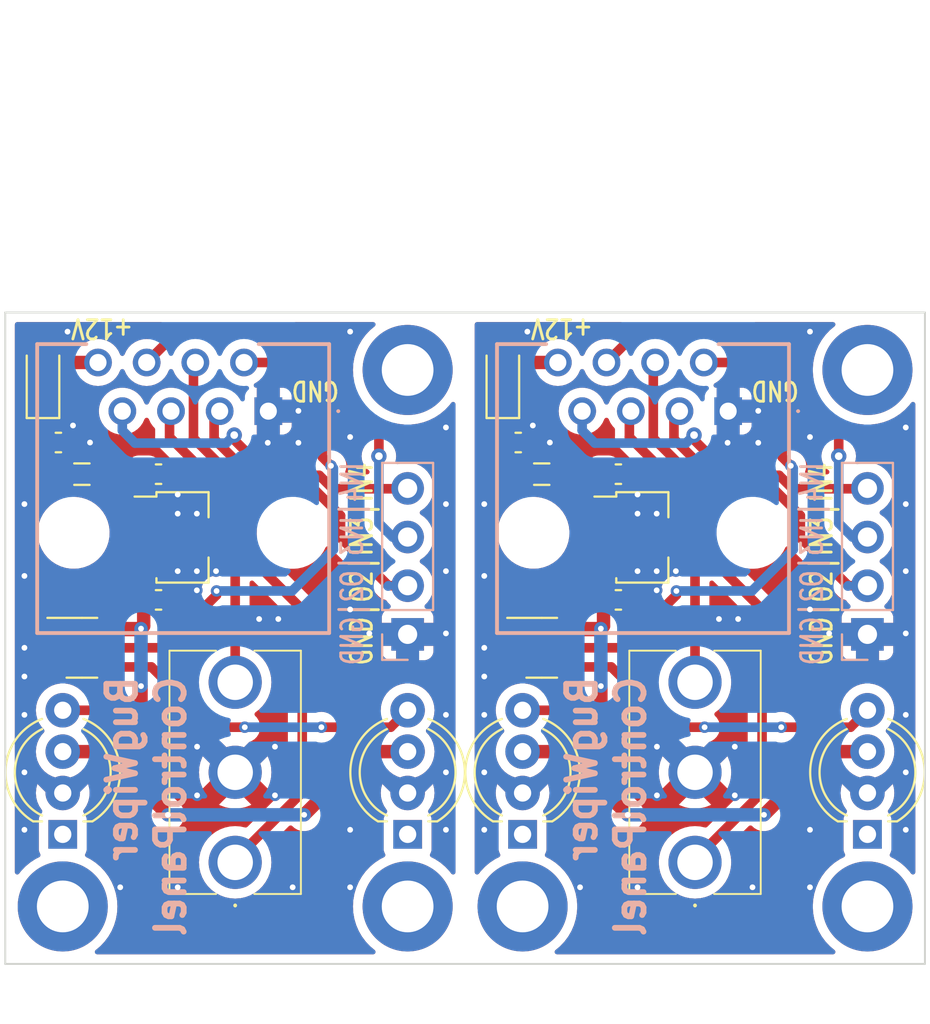
<source format=kicad_pcb>
(kicad_pcb (version 20221018) (generator pcbnew)
  (layers (0 "F.Cu" signal) (31 "B.Cu" signal) (34 "B.Paste" user) (35 "F.Paste" user) (36 "B.SilkS" user "B.Silkscreen") (37 "F.SilkS" user "F.Silkscreen") (38 "B.Mask" user) (39 "F.Mask" user) (44 "Edge.Cuts" user))
  (net 0 "")
  (net 1 "Board_0-+5V")
  (net 2 "Board_0-GND1")
  (net 3 "Board_0-IN1")
  (net 4 "Board_0-IN2")
  (net 5 "Board_0-IN3")
  (net 6 "Board_0-IN4")
  (net 7 "Board_0-Net-(D2-K)")
  (net 8 "Board_0-Net-(U1-VIN)")
  (net 9 "Board_0-OUT1")
  (net 10 "Board_0-OUT2")
  (net 11 "Board_0-OUT_1")
  (net 12 "Board_0-V_IN")
  (net 13 "Board_0-unconnected-(D1-DO-Pad1)")
  (net 14 "Board_0-unconnected-(D3-DO-Pad1)")
  (net 15 "Board_0-unconnected-(U2-NC-Pad1)")
  (net 16 "Board_1-+5V")
  (net 17 "Board_1-GND1")
  (net 18 "Board_1-IN1")
  (net 19 "Board_1-IN2")
  (net 20 "Board_1-IN3")
  (net 21 "Board_1-IN4")
  (net 22 "Board_1-Net-(D2-K)")
  (net 23 "Board_1-Net-(U1-VIN)")
  (net 24 "Board_1-OUT1")
  (net 25 "Board_1-OUT2")
  (net 26 "Board_1-OUT_1")
  (net 27 "Board_1-V_IN")
  (net 28 "Board_1-unconnected-(D1-DO-Pad1)")
  (net 29 "Board_1-unconnected-(D3-DO-Pad1)")
  (net 30 "Board_1-unconnected-(U2-NC-Pad1)")
  (footprint "Capacitor_SMD:C_0603_1608Metric" (layer "F.Cu") (at 156.5 35)
    (fp_text reference "C2" hide)
    (fp_text value "470nF" hide)
    (pad "1" smd roundrect (at -0.775 0) (size 0.9 0.95) (layers "F.Cu" "F.Paste" "F.Mask") (net 16 "Board_1-+5V"))
    (pad "2" smd roundrect (at 0.775 0) (size 0.9 0.95) (layers "F.Cu" "F.Paste" "F.Mask") (net 17 "Board_1-GND1"))
  )
  (footprint "BugWiper_lib:100SP4T1B4M2QE" (layer "F.Cu") (at 136.5 44 90)
    (fp_text reference "S1" hide)
    (fp_text value "100SP4T1B4M2QE" hide)
    (pad "1" thru_hole circle (at -4.7 0 90) (size 2.775 2.775) (drill 1.85) (layers "*.Cu" "*.Mask") (net 3 "Board_0-IN1"))
    (pad "2" thru_hole circle (at 0 0 90) (size 2.775 2.775) (drill 1.85) (layers "*.Cu" "*.Mask") (net 2 "Board_0-GND1"))
    (pad "3" thru_hole circle (at 4.7 0 90) (size 2.775 2.775) (drill 1.85) (layers "*.Cu" "*.Mask") (net 4 "Board_0-IN2"))
  )
  (footprint "Package_TO_SOT_SMD:SOT-89-3" (layer "F.Cu") (at 133.75 31.739)
    (fp_text reference "U1" hide)
    (fp_text value "AP2204R-5.0" hide)
    (pad "1" smd rect (at -1.95 -1.5) (size 1.3 0.9) (layers "F.Cu" "F.Paste" "F.Mask") (net 8 "Board_0-Net-(U1-VIN)"))
    (pad "2" smd custom (at -1.8625 0) (size 1.475 0.9) (layers "F.Cu" "F.Paste" "F.Mask") (net 2 "Board_0-GND1") (options (clearance outline) (anchor rect)) (primitives (gr_poly (pts (xy 3.8625 0.8665) (xy 0.7375 0.8665) (xy 0.7375 -0.8665) (xy 3.8625 -0.8665)) (width 0) (fill yes))))
    (pad "3" smd rect (at -1.95 1.5) (size 1.3 0.9) (layers "F.Cu" "F.Paste" "F.Mask") (net 1 "Board_0-+5V"))
  )
  (footprint "MountingHole:MountingHole_2.7mm_M2.5_DIN965_Pad" (layer "F.Cu") (at 127.5 51)
    (fp_text reference "H2" hide)
    (fp_text value "MountingHole" hide)
    (pad "1" thru_hole circle (at 0 0) (size 4.7 4.7) (drill 2.7) (layers "*.Cu" "*.Mask"))
  )
  (footprint "MountingHole:MountingHole_2.7mm_M2.5_DIN965_Pad" (layer "F.Cu") (at 145.5 51)
    (fp_text reference "H3" hide)
    (fp_text value "MountingHole" hide)
    (pad "1" thru_hole circle (at 0 0) (size 4.7 4.7) (drill 2.7) (layers "*.Cu" "*.Mask"))
  )
  (footprint "Package_TO_SOT_SMD:SOT-89-3" (layer "F.Cu") (at 157.75 31.739)
    (fp_text reference "U1" hide)
    (fp_text value "AP2204R-5.0" hide)
    (pad "1" smd rect (at -1.95 -1.5) (size 1.3 0.9) (layers "F.Cu" "F.Paste" "F.Mask") (net 23 "Board_1-Net-(U1-VIN)"))
    (pad "2" smd custom (at -1.8625 0) (size 1.475 0.9) (layers "F.Cu" "F.Paste" "F.Mask") (net 17 "Board_1-GND1") (options (clearance outline) (anchor rect)) (primitives (gr_poly (pts (xy 3.8625 0.8665) (xy 0.7375 0.8665) (xy 0.7375 -0.8665) (xy 3.8625 -0.8665)) (width 0) (fill yes))))
    (pad "3" smd rect (at -1.95 1.5) (size 1.3 0.9) (layers "F.Cu" "F.Paste" "F.Mask") (net 16 "Board_1-+5V"))
  )
  (footprint "MountingHole:MountingHole_2.7mm_M2.5_DIN965_Pad" (layer "F.Cu") (at 169.5 23)
    (fp_text reference "H1" hide)
    (fp_text value "MountingHole" hide)
    (pad "1" thru_hole circle (at 0 0) (size 4.7 4.7) (drill 2.7) (layers "*.Cu" "*.Mask"))
  )
  (footprint "Diode_SMD:D_SOD-323_HandSoldering" (layer "F.Cu") (at 126.47 23.5 90)
    (fp_text reference "D2" hide)
    (fp_text value "CUS15S30,H3F" hide)
    (pad "1" smd roundrect (at -1.25 0 90) (size 1 1) (layers "F.Cu" "F.Paste" "F.Mask") (net 7 "Board_0-Net-(D2-K)"))
    (pad "2" smd roundrect (at 1.25 0 90) (size 1 1) (layers "F.Cu" "F.Paste" "F.Mask") (net 12 "Board_0-V_IN"))
  )
  (footprint "Inductor_SMD:L_0805_2012Metric" (layer "F.Cu") (at 152.5 28.438)
    (fp_text reference "L1" hide)
    (fp_text value "L_Ferrite" hide)
    (pad "1" smd roundrect (at -1.0625 0) (size 0.875 1.2) (layers "F.Cu" "F.Paste" "F.Mask") (net 22 "Board_1-Net-(D2-K)"))
    (pad "2" smd roundrect (at 1.0625 0) (size 0.875 1.2) (layers "F.Cu" "F.Paste" "F.Mask") (net 23 "Board_1-Net-(U1-VIN)"))
  )
  (footprint "LED_THT:LED_D5.0mm-4_RGB_Wide_Pins" (layer "F.Cu") (at 145.5 44 90)
    (fp_text reference "D3" hide)
    (fp_text value "APA-106-F5" hide)
    (pad "1" thru_hole rect (at -3.2385 0 90) (size 1.5 1.5) (drill 0.9) (layers "*.Cu" "*.Mask") (net 14 "Board_0-unconnected-(D3-DO-Pad1)"))
    (pad "2" thru_hole circle (at -1.0795 0 90) (size 1.8 1.8) (drill 0.9) (layers "*.Cu" "*.Mask") (net 2 "Board_0-GND1"))
    (pad "3" thru_hole circle (at 1.0795 0 90) (size 1.8 1.8) (drill 0.9) (layers "*.Cu" "*.Mask") (net 1 "Board_0-+5V"))
    (pad "4" thru_hole circle (at 3.2385 0 90) (size 1.8 1.8) (drill 0.9) (layers "*.Cu" "*.Mask") (net 11 "Board_0-OUT_1"))
  )
  (footprint "Capacitor_SMD:C_0603_1608Metric" (layer "F.Cu") (at 132.5 28.438)
    (fp_text reference "C1" hide)
    (fp_text value "100nF" hide)
    (pad "1" smd roundrect (at -0.775 0) (size 0.9 0.95) (layers "F.Cu" "F.Paste" "F.Mask") (net 8 "Board_0-Net-(U1-VIN)"))
    (pad "2" smd roundrect (at 0.775 0) (size 0.9 0.95) (layers "F.Cu" "F.Paste" "F.Mask") (net 2 "Board_0-GND1"))
  )
  (footprint "Package_TO_SOT_SMD:SOT-23-5" (layer "F.Cu") (at 128.5 37.5)
    (fp_text reference "U2" hide)
    (fp_text value "SN74LV1T34DBV" hide)
    (pad "1" smd roundrect (at -1.1375 -0.95) (size 1.325 0.6) (layers "F.Cu" "F.Paste" "F.Mask") (net 15 "Board_0-unconnected-(U2-NC-Pad1)"))
    (pad "2" smd roundrect (at -1.1375 0) (size 1.325 0.6) (layers "F.Cu" "F.Paste" "F.Mask") (net 9 "Board_0-OUT1"))
    (pad "3" smd roundrect (at -1.1375 0.95) (size 1.325 0.6) (layers "F.Cu" "F.Paste" "F.Mask") (net 2 "Board_0-GND1"))
    (pad "4" smd roundrect (at 1.1375 0.95) (size 1.325 0.6) (layers "F.Cu" "F.Paste" "F.Mask") (net 11 "Board_0-OUT_1"))
    (pad "5" smd roundrect (at 1.1375 -0.95) (size 1.325 0.6) (layers "F.Cu" "F.Paste" "F.Mask") (net 1 "Board_0-+5V"))
  )
  (footprint "MountingHole:MountingHole_2.7mm_M2.5_DIN965_Pad" (layer "F.Cu") (at 151.5 51)
    (fp_text reference "H2" hide)
    (fp_text value "MountingHole" hide)
    (pad "1" thru_hole circle (at 0 0) (size 4.7 4.7) (drill 2.7) (layers "*.Cu" "*.Mask"))
  )
  (footprint "Capacitor_SMD:C_0603_1608Metric" (layer "F.Cu") (at 127.273 26.787)
    (fp_text reference "C3" hide)
    (fp_text value "100nF" hide)
    (pad "1" smd roundrect (at -0.775 0) (size 0.9 0.95) (layers "F.Cu" "F.Paste" "F.Mask") (net 7 "Board_0-Net-(D2-K)"))
    (pad "2" smd roundrect (at 0.775 0) (size 0.9 0.95) (layers "F.Cu" "F.Paste" "F.Mask") (net 2 "Board_0-GND1"))
  )
  (footprint "MountingHole:MountingHole_2.7mm_M2.5_DIN965_Pad" (layer "F.Cu") (at 169.5 51)
    (fp_text reference "H3" hide)
    (fp_text value "MountingHole" hide)
    (pad "1" thru_hole circle (at 0 0) (size 4.7 4.7) (drill 2.7) (layers "*.Cu" "*.Mask"))
  )
  (footprint "Capacitor_SMD:C_0603_1608Metric" (layer "F.Cu") (at 132.5 35)
    (fp_text reference "C2" hide)
    (fp_text value "470nF" hide)
    (pad "1" smd roundrect (at -0.775 0) (size 0.9 0.95) (layers "F.Cu" "F.Paste" "F.Mask") (net 1 "Board_0-+5V"))
    (pad "2" smd roundrect (at 0.775 0) (size 0.9 0.95) (layers "F.Cu" "F.Paste" "F.Mask") (net 2 "Board_0-GND1"))
  )
  (footprint "Inductor_SMD:L_0805_2012Metric" (layer "F.Cu") (at 128.5 28.438)
    (fp_text reference "L1" hide)
    (fp_text value "L_Ferrite" hide)
    (pad "1" smd roundrect (at -1.0625 0) (size 0.875 1.2) (layers "F.Cu" "F.Paste" "F.Mask") (net 7 "Board_0-Net-(D2-K)"))
    (pad "2" smd roundrect (at 1.0625 0) (size 0.875 1.2) (layers "F.Cu" "F.Paste" "F.Mask") (net 8 "Board_0-Net-(U1-VIN)"))
  )
  (footprint "BugWiper_lib:100SP4T1B4M2QE" (layer "F.Cu") (at 160.5 44 90)
    (fp_text reference "S1" hide)
    (fp_text value "100SP4T1B4M2QE" hide)
    (pad "1" thru_hole circle (at -4.7 0 90) (size 2.775 2.775) (drill 1.85) (layers "*.Cu" "*.Mask") (net 18 "Board_1-IN1"))
    (pad "2" thru_hole circle (at 0 0 90) (size 2.775 2.775) (drill 1.85) (layers "*.Cu" "*.Mask") (net 17 "Board_1-GND1"))
    (pad "3" thru_hole circle (at 4.7 0 90) (size 2.775 2.775) (drill 1.85) (layers "*.Cu" "*.Mask") (net 19 "Board_1-IN2"))
  )
  (footprint "MountingHole:MountingHole_2.7mm_M2.5_DIN965_Pad" (layer "F.Cu") (at 145.5 23)
    (fp_text reference "H1" hide)
    (fp_text value "MountingHole" hide)
    (pad "1" thru_hole circle (at 0 0) (size 4.7 4.7) (drill 2.7) (layers "*.Cu" "*.Mask"))
  )
  (footprint "Capacitor_SMD:C_0603_1608Metric" (layer "F.Cu") (at 156.5 28.438)
    (fp_text reference "C1" hide)
    (fp_text value "100nF" hide)
    (pad "1" smd roundrect (at -0.775 0) (size 0.9 0.95) (layers "F.Cu" "F.Paste" "F.Mask") (net 23 "Board_1-Net-(U1-VIN)"))
    (pad "2" smd roundrect (at 0.775 0) (size 0.9 0.95) (layers "F.Cu" "F.Paste" "F.Mask") (net 17 "Board_1-GND1"))
  )
  (footprint "LED_THT:LED_D5.0mm-4_RGB_Wide_Pins" (layer "F.Cu") (at 151.5 44 90)
    (fp_text reference "D1" hide)
    (fp_text value "APA-106-F5" hide)
    (pad "1" thru_hole rect (at -3.2385 0 90) (size 1.5 1.5) (drill 0.9) (layers "*.Cu" "*.Mask") (net 28 "Board_1-unconnected-(D1-DO-Pad1)"))
    (pad "2" thru_hole circle (at -1.0795 0 90) (size 1.8 1.8) (drill 0.9) (layers "*.Cu" "*.Mask") (net 17 "Board_1-GND1"))
    (pad "3" thru_hole circle (at 1.0795 0 90) (size 1.8 1.8) (drill 0.9) (layers "*.Cu" "*.Mask") (net 16 "Board_1-+5V"))
    (pad "4" thru_hole circle (at 3.2385 0 90) (size 1.8 1.8) (drill 0.9) (layers "*.Cu" "*.Mask") (net 26 "Board_1-OUT_1"))
  )
  (footprint "Diode_SMD:D_SOD-323_HandSoldering" (layer "F.Cu") (at 150.47 23.5 90)
    (fp_text reference "D2" hide)
    (fp_text value "CUS15S30,H3F" hide)
    (pad "1" smd roundrect (at -1.25 0 90) (size 1 1) (layers "F.Cu" "F.Paste" "F.Mask") (net 22 "Board_1-Net-(D2-K)"))
    (pad "2" smd roundrect (at 1.25 0 90) (size 1 1) (layers "F.Cu" "F.Paste" "F.Mask") (net 27 "Board_1-V_IN"))
  )
  (footprint "Capacitor_SMD:C_0603_1608Metric" (layer "F.Cu") (at 151.273 26.787)
    (fp_text reference "C3" hide)
    (fp_text value "100nF" hide)
    (pad "1" smd roundrect (at -0.775 0) (size 0.9 0.95) (layers "F.Cu" "F.Paste" "F.Mask") (net 22 "Board_1-Net-(D2-K)"))
    (pad "2" smd roundrect (at 0.775 0) (size 0.9 0.95) (layers "F.Cu" "F.Paste" "F.Mask") (net 17 "Board_1-GND1"))
  )
  (footprint "LED_THT:LED_D5.0mm-4_RGB_Wide_Pins" (layer "F.Cu") (at 169.5 44 90)
    (fp_text reference "D3" hide)
    (fp_text value "APA-106-F5" hide)
    (pad "1" thru_hole rect (at -3.2385 0 90) (size 1.5 1.5) (drill 0.9) (layers "*.Cu" "*.Mask") (net 29 "Board_1-unconnected-(D3-DO-Pad1)"))
    (pad "2" thru_hole circle (at -1.0795 0 90) (size 1.8 1.8) (drill 0.9) (layers "*.Cu" "*.Mask") (net 17 "Board_1-GND1"))
    (pad "3" thru_hole circle (at 1.0795 0 90) (size 1.8 1.8) (drill 0.9) (layers "*.Cu" "*.Mask") (net 16 "Board_1-+5V"))
    (pad "4" thru_hole circle (at 3.2385 0 90) (size 1.8 1.8) (drill 0.9) (layers "*.Cu" "*.Mask") (net 26 "Board_1-OUT_1"))
  )
  (footprint "LED_THT:LED_D5.0mm-4_RGB_Wide_Pins" (layer "F.Cu") (at 127.5 44 90)
    (fp_text reference "D1" hide)
    (fp_text value "APA-106-F5" hide)
    (pad "1" thru_hole rect (at -3.2385 0 90) (size 1.5 1.5) (drill 0.9) (layers "*.Cu" "*.Mask") (net 13 "Board_0-unconnected-(D1-DO-Pad1)"))
    (pad "2" thru_hole circle (at -1.0795 0 90) (size 1.8 1.8) (drill 0.9) (layers "*.Cu" "*.Mask") (net 2 "Board_0-GND1"))
    (pad "3" thru_hole circle (at 1.0795 0 90) (size 1.8 1.8) (drill 0.9) (layers "*.Cu" "*.Mask") (net 1 "Board_0-+5V"))
    (pad "4" thru_hole circle (at 3.2385 0 90) (size 1.8 1.8) (drill 0.9) (layers "*.Cu" "*.Mask") (net 11 "Board_0-OUT_1"))
  )
  (footprint "Package_TO_SOT_SMD:SOT-23-5" (layer "F.Cu") (at 152.5 37.5)
    (fp_text reference "U2" hide)
    (fp_text value "SN74LV1T34DBV" hide)
    (pad "1" smd roundrect (at -1.1375 -0.95) (size 1.325 0.6) (layers "F.Cu" "F.Paste" "F.Mask") (net 30 "Board_1-unconnected-(U2-NC-Pad1)"))
    (pad "2" smd roundrect (at -1.1375 0) (size 1.325 0.6) (layers "F.Cu" "F.Paste" "F.Mask") (net 24 "Board_1-OUT1"))
    (pad "3" smd roundrect (at -1.1375 0.95) (size 1.325 0.6) (layers "F.Cu" "F.Paste" "F.Mask") (net 17 "Board_1-GND1"))
    (pad "4" smd roundrect (at 1.1375 0.95) (size 1.325 0.6) (layers "F.Cu" "F.Paste" "F.Mask") (net 26 "Board_1-OUT_1"))
    (pad "5" smd roundrect (at 1.1375 -0.95) (size 1.325 0.6) (layers "F.Cu" "F.Paste" "F.Mask") (net 16 "Board_1-+5V"))
  )
  (footprint "BugWiper_lib:MJ3415882" (layer "B.Cu") (at 162.23 25.15 180)
    (fp_text reference "J1" hide)
    (fp_text value "RJ45" hide)
    (pad "" np_thru_hole circle (at -1.27 -6.35 180) (size 3.25 3.25) (drill 3.25) (layers "*.Cu" "*.Mask"))
    (pad "" np_thru_hole circle (at 10.16 -6.35 180) (size 3.25 3.25) (drill 3.25) (layers "*.Cu" "*.Mask"))
    (pad "1" thru_hole rect (at 0 0 180) (size 1.446 1.446) (drill 0.89) (layers "*.Cu" "*.Mask") (net 17 "Board_1-GND1"))
    (pad "2" thru_hole circle (at 1.27 2.54 180) (size 1.446 1.446) (drill 0.89) (layers "*.Cu" "*.Mask") (net 24 "Board_1-OUT1"))
    (pad "3" thru_hole circle (at 2.54 0 180) (size 1.446 1.446) (drill 0.89) (layers "*.Cu" "*.Mask") (net 25 "Board_1-OUT2"))
    (pad "4" thru_hole circle (at 3.81 2.54 180) (size 1.446 1.446) (drill 0.89) (layers "*.Cu" "*.Mask") (net 18 "Board_1-IN1"))
    (pad "5" thru_hole circle (at 5.08 0 180) (size 1.446 1.446) (drill 0.89) (layers "*.Cu" "*.Mask") (net 19 "Board_1-IN2"))
    (pad "6" thru_hole circle (at 6.35 2.54 180) (size 1.446 1.446) (drill 0.89) (layers "*.Cu" "*.Mask") (net 20 "Board_1-IN3"))
    (pad "7" thru_hole circle (at 7.62 0 180) (size 1.446 1.446) (drill 0.89) (layers "*.Cu" "*.Mask") (net 21 "Board_1-IN4"))
    (pad "8" thru_hole circle (at 8.89 2.54 180) (size 1.446 1.446) (drill 0.89) (layers "*.Cu" "*.Mask") (net 27 "Board_1-V_IN"))
  )
  (footprint "Connector_PinHeader_2.54mm:PinHeader_1x04_P2.54mm_Vertical" (layer "B.Cu") (at 169.5 36.8)
    (fp_text reference "J2" hide)
    (fp_text value "Conn_01x03_Socket" hide)
    (pad "1" thru_hole rect (at 0 0) (size 1.7 1.7) (drill 1) (layers "*.Cu" "*.Mask") (net 17 "Board_1-GND1"))
    (pad "2" thru_hole oval (at 0 -2.54) (size 1.7 1.7) (drill 1) (layers "*.Cu" "*.Mask") (net 25 "Board_1-OUT2"))
    (pad "3" thru_hole oval (at 0 -5.08) (size 1.7 1.7) (drill 1) (layers "*.Cu" "*.Mask") (net 20 "Board_1-IN3"))
    (pad "4" thru_hole oval (at 0 -7.62) (size 1.7 1.7) (drill 1) (layers "*.Cu" "*.Mask") (net 21 "Board_1-IN4"))
  )
  (footprint "BugWiper_lib:MJ3415882" (layer "B.Cu") (at 138.23 25.15 180)
    (fp_text reference "J1" hide)
    (fp_text value "RJ45" hide)
    (pad "" np_thru_hole circle (at -1.27 -6.35 180) (size 3.25 3.25) (drill 3.25) (layers "*.Cu" "*.Mask"))
    (pad "" np_thru_hole circle (at 10.16 -6.35 180) (size 3.25 3.25) (drill 3.25) (layers "*.Cu" "*.Mask"))
    (pad "1" thru_hole rect (at 0 0 180) (size 1.446 1.446) (drill 0.89) (layers "*.Cu" "*.Mask") (net 2 "Board_0-GND1"))
    (pad "2" thru_hole circle (at 1.27 2.54 180) (size 1.446 1.446) (drill 0.89) (layers "*.Cu" "*.Mask") (net 9 "Board_0-OUT1"))
    (pad "3" thru_hole circle (at 2.54 0 180) (size 1.446 1.446) (drill 0.89) (layers "*.Cu" "*.Mask") (net 10 "Board_0-OUT2"))
    (pad "4" thru_hole circle (at 3.81 2.54 180) (size 1.446 1.446) (drill 0.89) (layers "*.Cu" "*.Mask") (net 3 "Board_0-IN1"))
    (pad "5" thru_hole circle (at 5.08 0 180) (size 1.446 1.446) (drill 0.89) (layers "*.Cu" "*.Mask") (net 4 "Board_0-IN2"))
    (pad "6" thru_hole circle (at 6.35 2.54 180) (size 1.446 1.446) (drill 0.89) (layers "*.Cu" "*.Mask") (net 5 "Board_0-IN3"))
    (pad "7" thru_hole circle (at 7.62 0 180) (size 1.446 1.446) (drill 0.89) (layers "*.Cu" "*.Mask") (net 6 "Board_0-IN4"))
    (pad "8" thru_hole circle (at 8.89 2.54 180) (size 1.446 1.446) (drill 0.89) (layers "*.Cu" "*.Mask") (net 12 "Board_0-V_IN"))
  )
  (footprint "Connector_PinHeader_2.54mm:PinHeader_1x04_P2.54mm_Vertical" (layer "B.Cu") (at 145.5 36.8)
    (fp_text reference "J2" hide)
    (fp_text value "Conn_01x03_Socket" hide)
    (pad "1" thru_hole rect (at 0 0) (size 1.7 1.7) (drill 1) (layers "*.Cu" "*.Mask") (net 2 "Board_0-GND1"))
    (pad "2" thru_hole oval (at 0 -2.54) (size 1.7 1.7) (drill 1) (layers "*.Cu" "*.Mask") (net 10 "Board_0-OUT2"))
    (pad "3" thru_hole oval (at 0 -5.08) (size 1.7 1.7) (drill 1) (layers "*.Cu" "*.Mask") (net 5 "Board_0-IN3"))
    (pad "4" thru_hole oval (at 0 -7.62) (size 1.7 1.7) (drill 1) (layers "*.Cu" "*.Mask") (net 6 "Board_0-IN4"))
  )
  (gr_line (start 172.5 53.993863) (end 172.5 20.006136) (stroke (width 0.1)) (layer "Edge.Cuts"))
  (gr_line (start 172.499999 20.006111) (end 172.499876 20.001098) (stroke (width 0.1)) (layer "Edge.Cuts"))
  (gr_line (start 124.500123 20.001098) (end 124.5 20.006111) (stroke (width 0.1)) (layer "Edge.Cuts"))
  (gr_line (start 124.506136 54) (end 172.493863 54) (stroke (width 0.1)) (layer "Edge.Cuts"))
  (gr_line (start 172.493888 53.999999) (end 172.498901 53.999876) (stroke (width 0.1)) (layer "Edge.Cuts"))
  (gr_line (start 124.5 53.993888) (end 124.500123 53.998901) (stroke (width 0.1)) (layer "Edge.Cuts"))
  (gr_line (start 124.506111 20) (end 124.501098 20.000123) (stroke (width 0.1)) (layer "Edge.Cuts"))
  (gr_line (start 124.501098 53.999876) (end 124.506111 53.999999) (stroke (width 0.1)) (layer "Edge.Cuts"))
  (gr_line (start 172.499876 53.998901) (end 172.499999 53.993888) (stroke (width 0.1)) (layer "Edge.Cuts"))
  (gr_line (start 124.5 20.006136) (end 124.5 53.993863) (stroke (width 0.1)) (layer "Edge.Cuts"))
  (gr_line (start 172.493863 20) (end 124.506136 20) (stroke (width 0.1)) (layer "Edge.Cuts"))
  (gr_line (start 172.498901 20.000123) (end 172.493888 20) (stroke (width 0.1)) (layer "Edge.Cuts"))
  (gr_text "ControlPanel" (at 158.012 38.852 90) (layer "B.SilkS") (effects (font (size 1.5 1.4) (thickness 0.3) bold) (justify left bottom mirror)))
  (gr_text "IN4|IN3|O2|GND" (at 167.25 27.75 90) (layer "B.SilkS") (effects (font (size 1.1 0.82) (thickness 0.15) bold) (justify left bottom mirror)))
  (gr_text "BugWiper" (at 155.472 38.852 90) (layer "B.SilkS") (effects (font (size 1.5 1.4) (thickness 0.3) bold) (justify left bottom mirror)))
  (gr_text "IN4|IN3|O2|GND" (at 143.25 27.75 90) (layer "B.SilkS") (effects (font (size 1.1 0.82) (thickness 0.15) bold) (justify left bottom mirror)))
  (gr_text "BugWiper" (at 131.472 38.852 90) (layer "B.SilkS") (effects (font (size 1.5 1.4) (thickness 0.3) bold) (justify left bottom mirror)))
  (gr_text "ControlPanel" (at 134.012 38.852 90) (layer "B.SilkS") (effects (font (size 1.5 1.4) (thickness 0.3) bold) (justify left bottom mirror)))
  (gr_text "+12V" (at 155.25 20.25 180) (layer "F.SilkS") (effects (font (size 1 0.8) (thickness 0.15) bold) (justify left bottom)))
  (gr_text "GND|O2|IN3|IN4" (at 167.75 38.5 90) (layer "F.SilkS") (effects (font (size 1.1 0.82) (thickness 0.15) bold) (justify left bottom)))
  (gr_text "+12V" (at 131.25 20.25 180) (layer "F.SilkS") (effects (font (size 1 0.8) (thickness 0.15) bold) (justify left bottom)))
  (gr_text "GND|O2|IN3|IN4" (at 143.75 38.5 90) (layer "F.SilkS") (effects (font (size 1.1 0.82) (thickness 0.15) bold) (justify left bottom)))
  (gr_text "GND" (at 142 23.5 180) (layer "F.SilkS") (effects (font (size 1 0.8) (thickness 0.15) bold) (justify left bottom)))
  (gr_text "GND" (at 166 23.5 180) (layer "F.SilkS") (effects (font (size 1 0.8) (thickness 0.15) bold) (justify left bottom)))
  (segment (start 131.5061 42.9205) (end 127.5 42.9205) (width 0.7) (layer "F.Cu") (net 1))
  (segment (start 131.8 33.239) (end 131.8 34.925) (width 0.7) (layer "F.Cu") (net 1))
  (segment (start 140.1 46.218) (end 143.3975 42.9205) (width 0.7) (layer "F.Cu") (net 1))
  (segment (start 131.5356 36.55) (end 129.6375 36.55) (width 0.7) (layer "F.Cu") (net 1))
  (segment (start 145.0555 42.9205) (end 145.5 43.365) (width 0.7) (layer "F.Cu") (net 1))
  (segment (start 131.5856 39.5) (end 131.5856 44.8156) (width 0.7) (layer "F.Cu") (net 1))
  (segment (start 131.8 34.925) (end 131.725 35) (width 0.7) (layer "F.Cu") (net 1))
  (segment (start 143.3975 42.9205) (end 145.0555 42.9205) (width 0.7) (layer "F.Cu") (net 1))
  (segment (start 131.725 35) (end 131.725 36.3606) (width 0.7) (layer "F.Cu") (net 1))
  (segment (start 131.725 36.3606) (end 131.5356 36.55) (width 0.7) (layer "F.Cu") (net 1))
  (segment (start 131.5856 36.5) (end 129.6875 36.5) (width 0.7) (layer "F.Cu") (net 1))
  (segment (start 131.5856 43) (end 131.5061 42.9205) (width 0.7) (layer "F.Cu") (net 1))
  (segment (start 131.5856 44.8156) (end 132.988 46.218) (width 0.7) (layer "F.Cu") (net 1))
  (segment (start 129.6875 36.5) (end 129.6375 36.55) (width 0.7) (layer "F.Cu") (net 1))
  (via (at 140.1 46.218) (size 0.6) (drill 0.3) (layers "F.Cu" "B.Cu") (net 1))
  (via (at 132.988 46.218) (size 0.6) (drill 0.3) (layers "F.Cu" "B.Cu") (net 1))
  (via (at 131.5856 36.5) (size 0.6) (drill 0.3) (layers "F.Cu" "B.Cu") (net 1))
  (via (at 131.5856 39.5) (size 0.6) (drill 0.3) (layers "F.Cu" "B.Cu") (net 1))
  (segment (start 132.988 46.218) (end 140.1 46.218) (width 0.7) (layer "B.Cu") (net 1))
  (segment (start 131.5856 39.5) (end 131.5856 36.5) (width 0.7) (layer "B.Cu") (net 1))
  (segment (start 132.582 31.739) (end 133.275 31.046) (width 0.7) (layer "F.Cu") (net 2))
  (segment (start 133.275 31.046) (end 133.275 28.437) (width 0.7) (layer "F.Cu") (net 2))
  (segment (start 131.8875 31.739) (end 132.582 31.739) (width 0.7) (layer "F.Cu") (net 2))
  (via (at 125.5 39) (size 0.6) (drill 0.3) (layers "F.Cu" "B.Cu") (net 2))
  (via (at 147.5 47) (size 0.6) (drill 0.3) (layers "F.Cu" "B.Cu") (net 2))
  (via (at 134.5 30.5) (size 0.6) (drill 0.3) (layers "F.Cu" "B.Cu") (net 2))
  (via (at 142.5 50) (size 0.6) (drill 0.3) (layers "F.Cu" "B.Cu") (net 2))
  (via (at 133.5 50) (size 0.6) (drill 0.3) (layers "F.Cu" "B.Cu") (net 2))
  (via (at 125.5 41) (size 0.6) (drill 0.3) (layers "F.Cu" "B.Cu") (net 2))
  (via (at 139.8 25.135) (size 0.6) (drill 0.3) (layers "F.Cu" "B.Cu") (net 2))
  (via (at 125.5 44) (size 0.6) (drill 0.3) (layers "F.Cu" "B.Cu") (net 2))
  (via (at 142.5 26.5) (size 0.6) (drill 0.3) (layers "F.Cu" "B.Cu") (net 2))
  (via (at 142.5 47) (size 0.6) (drill 0.3) (layers "F.Cu" "B.Cu") (net 2))
  (via (at 138.576 45.202) (size 0.6) (drill 0.3) (layers "F.Cu" "B.Cu") (net 2))
  (via (at 138.75 36) (size 0.6) (drill 0.3) (layers "F.Cu" "B.Cu") (net 2))
  (via (at 142.5 35.5) (size 0.6) (drill 0.3) (layers "F.Cu" "B.Cu") (net 2))
  (via (at 134.5 34.5) (size 0.6) (drill 0.3) (layers "F.Cu" "B.Cu") (net 2))
  (via (at 147.5 30) (size 0.6) (drill 0.3) (layers "F.Cu" "B.Cu") (net 2))
  (via (at 135.5 33.5) (size 0.6) (drill 0.3) (layers "F.Cu" "B.Cu") (net 2))
  (via (at 128.035 25.898) (size 0.6) (drill 0.3) (layers "F.Cu" "B.Cu") (net 2))
  (via (at 138.2 26.8) (size 0.6) (drill 0.3) (layers "F.Cu" "B.Cu") (net 2))
  (via (at 143.5 36.75) (size 0.6) (drill 0.3) (layers "F.Cu" "B.Cu") (net 2))
  (via (at 147.5 36.75) (size 0.6) (drill 0.3) (layers "F.Cu" "B.Cu") (net 2))
  (via (at 134.512 42.662) (size 0.6) (drill 0.3) (layers "F.Cu" "B.Cu") (net 2))
  (via (at 130.5 50) (size 0.6) (drill 0.3) (layers "F.Cu" "B.Cu") (net 2))
  (via (at 134.5 33.5) (size 0.6) (drill 0.3) (layers "F.Cu" "B.Cu") (net 2))
  (via (at 128.924 26.787) (size 0.6) (drill 0.3) (layers "F.Cu" "B.Cu") (net 2))
  (via (at 147.5 44) (size 0.6) (drill 0.3) (layers "F.Cu" "B.Cu") (net 2))
  (via (at 139.8 26.8) (size 0.6) (drill 0.3) (layers "F.Cu" "B.Cu") (net 2))
  (via (at 142.5 21) (size 0.6) (drill 0.3) (layers "F.Cu" "B.Cu") (net 2))
  (via (at 139.5 50) (size 0.6) (drill 0.3) (layers "F.Cu" "B.Cu") (net 2))
  (via (at 127.75 21) (size 0.6) (drill 0.3) (layers "F.Cu" "B.Cu") (net 2))
  (via (at 147.5 26) (size 0.6) (drill 0.3) (layers "F.Cu" "B.Cu") (net 2))
  (via (at 134.512 45.202) (size 0.6) (drill 0.3) (layers "F.Cu" "B.Cu") (net 2))
  (via (at 147.5 41) (size 0.6) (drill 0.3) (layers "F.Cu" "B.Cu") (net 2))
  (via (at 133.5 30.5) (size 0.6) (drill 0.3) (layers "F.Cu" "B.Cu") (net 2))
  (via (at 137.75 36) (size 0.6) (drill 0.3) (layers "F.Cu" "B.Cu") (net 2))
  (via (at 138.576 42.662) (size 0.6) (drill 0.3) (layers "F.Cu" "B.Cu") (net 2))
  (via (at 125.5 33.75) (size 0.6) (drill 0.3) (layers "F.Cu" "B.Cu") (net 2))
  (via (at 125.5 30) (size 0.6) (drill 0.3) (layers "F.Cu" "B.Cu") (net 2))
  (via (at 125.5 37.5) (size 0.6) (drill 0.3) (layers "F.Cu" "B.Cu") (net 2))
  (via (at 133.5 33.5) (size 0.6) (drill 0.3) (layers "F.Cu" "B.Cu") (net 2))
  (via (at 125.5 47) (size 0.6) (drill 0.3) (layers "F.Cu" "B.Cu") (net 2))
  (via (at 147.5 33.5) (size 0.6) (drill 0.3) (layers "F.Cu" "B.Cu") (net 2))
  (via (at 133.5 29.5) (size 0.6) (drill 0.3) (layers "F.Cu" "B.Cu") (net 2))
  (segment (start 137.375 32.875) (end 140 35.5) (width 0.5) (layer "F.Cu") (net 3))
  (segment (start 136.848 48.2) (end 136.5 48.2) (width 0.5) (layer "F.Cu") (net 3))
  (segment (start 137.375 29.625) (end 137.375 32.875) (width 0.5) (layer "F.Cu") (net 3))
  (segment (start 140 45.048) (end 136.848 48.2) (width 0.5) (layer "F.Cu") (net 3))
  (segment (start 134.323 26.5618) (end 137.25 29.4888) (width 0.5) (layer "F.Cu") (net 3))
  (segment (start 137.25 29.4888) (end 137.25 29.5) (width 0.5) (layer "F.Cu") (net 3))
  (segment (start 140 35.5) (end 140 45.048) (width 0.5) (layer "F.Cu") (net 3))
  (segment (start 137.25 29.5) (end 137.375 29.625) (width 0.5) (layer "F.Cu") (net 3))
  (segment (start 134.323 22.798) (end 134.323 26.5618) (width 0.5) (layer "F.Cu") (net 3))
  (segment (start 134.135 22.61) (end 134.323 22.798) (width 0.5) (layer "F.Cu") (net 3))
  (segment (start 133.074 25.359) (end 133.074 26.50595) (width 0.5) (layer "F.Cu") (net 4))
  (segment (start 136.5 29.93195) (end 136.5 38.8) (width 0.5) (layer "F.Cu") (net 4))
  (segment (start 133.074 26.50595) (end 136.5 29.93195) (width 0.5) (layer "F.Cu") (net 4))
  (segment (start 132.865 25.15) (end 133.074 25.359) (width 0.5) (layer "F.Cu") (net 4))
  (segment (start 144 27.5) (end 144 26.2) (width 0.5) (layer "F.Cu") (net 5))
  (segment (start 138.8 21) (end 133.49 21) (width 0.5) (layer "F.Cu") (net 5))
  (segment (start 144 26.2) (end 138.8 21) (width 0.5) (layer "F.Cu") (net 5))
  (segment (start 133.49 21) (end 131.88 22.61) (width 0.5) (layer "F.Cu") (net 5))
  (via (at 144 27.5) (size 0.8) (drill 0.4) (layers "F.Cu" "B.Cu") (net 5))
  (segment (start 144 31) (end 144.72 31.72) (width 0.5) (layer "B.Cu") (net 5))
  (segment (start 144 27.5) (end 144 31) (width 0.5) (layer "B.Cu") (net 5))
  (segment (start 144.72 31.72) (end 145.5 31.72) (width 0.5) (layer "B.Cu") (net 5))
  (segment (start 140.889949 28.5) (end 141.589949 29.2) (width 0.5) (layer "F.Cu") (net 6))
  (segment (start 145.48 29.2) (end 145.5 29.18) (width 0.5) (layer "F.Cu") (net 6))
  (segment (start 138.3 28.5) (end 140.889949 28.5) (width 0.5) (layer "F.Cu") (net 6))
  (segment (start 136.45 26.65) (end 138.3 28.5) (width 0.5) (layer "F.Cu") (net 6))
  (segment (start 136.45 26.398959) (end 136.45 26.65) (width 0.5) (layer "F.Cu") (net 6))
  (segment (start 141.589949 29.2) (end 145.48 29.2) (width 0.5) (layer "F.Cu") (net 6))
  (via (at 136.45 26.398959) (size 0.8) (drill 0.4) (layers "F.Cu" "B.Cu") (net 6))
  (segment (start 130.61 26.156) (end 130.61 25.15) (width 0.5) (layer "B.Cu") (net 6))
  (segment (start 130.61 25.15) (end 130.825 25.15) (width 0.5) (layer "B.Cu") (net 6))
  (segment (start 136.45 26.398959) (end 136.030959 26.818) (width 0.5) (layer "B.Cu") (net 6))
  (segment (start 136.030959 26.818) (end 131.272 26.818) (width 0.5) (layer "B.Cu") (net 6))
  (segment (start 131.272 26.818) (end 130.61 26.156) (width 0.5) (layer "B.Cu") (net 6))
  (segment (start 126.47 27.4705) (end 127.4375 28.438) (width 0.7) (layer "F.Cu") (net 7))
  (segment (start 126.47 25.15) (end 126.47 27.4705) (width 0.7) (layer "F.Cu") (net 7))
  (segment (start 129.5635 28.437) (end 131.725 28.437) (width 0.7) (layer "F.Cu") (net 8))
  (segment (start 129.5635 28.057) (end 129.5635 28.437) (width 0.7) (layer "F.Cu") (net 8))
  (segment (start 131.725 28.437) (end 131.75 28.462) (width 0.7) (layer "F.Cu") (net 8))
  (segment (start 131.75 28.462) (end 131.75 30.189) (width 0.7) (layer "F.Cu") (net 8))
  (segment (start 131.75 30.189) (end 131.8 30.239) (width 0.7) (layer "F.Cu") (net 8))
  (segment (start 141.051167 24.507367) (end 139.1538 22.61) (width 0.5) (layer "F.Cu") (net 9))
  (segment (start 135.528 34.534) (end 135.528 34.746) (width 0.5) (layer "F.Cu") (net 9))
  (segment (start 132.774 37.5) (end 127.3625 37.5) (width 0.5) (layer "F.Cu") (net 9))
  (segment (start 135.528 34.746) (end 132.774 37.5) (width 0.5) (layer "F.Cu") (net 9))
  (segment (start 139.1538 22.61) (end 136.96 22.61) (width 0.5) (layer "F.Cu") (net 9))
  (segment (start 141.5 28) (end 141.051167 27.551167) (width 0.5) (layer "F.Cu") (net 9))
  (segment (start 141.051167 27.551167) (end 141.051167 24.507367) (width 0.5) (layer "F.Cu") (net 9))
  (via (at 135.528 34.534) (size 0.6) (drill 0.3) (layers "F.Cu" "B.Cu") (net 9))
  (via (at 141.5 28) (size 0.6) (drill 0.3) (layers "F.Cu" "B.Cu") (net 9))
  (segment (start 141.5 28) (end 141.625 28.125) (width 0.5) (layer "B.Cu") (net 9))
  (segment (start 141.625 28.125) (end 141.625 32.380204) (width 0.5) (layer "B.Cu") (net 9))
  (segment (start 141.625 32.380204) (end 139.471204 34.534) (width 0.5) (layer "B.Cu") (net 9))
  (segment (start 139.471204 34.534) (end 135.528 34.534) (width 0.5) (layer "B.Cu") (net 9))
  (segment (start 138 29.2) (end 135.4 26.6) (width 0.5) (layer "F.Cu") (net 10))
  (segment (start 135.4 26.6) (end 135.4 25.44) (width 0.5) (layer "F.Cu") (net 10))
  (segment (start 144.5 34.26) (end 142 31.76) (width 0.5) (layer "F.Cu") (net 10))
  (segment (start 142 31.76) (end 142 30.6) (width 0.5) (layer "F.Cu") (net 10))
  (segment (start 142 30.6) (end 140.6 29.2) (width 0.5) (layer "F.Cu") (net 10))
  (segment (start 140.6 29.2) (end 138 29.2) (width 0.5) (layer "F.Cu") (net 10))
  (segment (start 135.4 25.44) (end 135.69 25.15) (width 0.5) (layer "F.Cu") (net 10))
  (segment (start 145.5 34.26) (end 144.5 34.26) (width 0.5) (layer "F.Cu") (net 10))
  (segment (start 144.5 34.26) (end 144.48 34.28) (width 0.5) (layer "B.Cu") (net 10))
  (segment (start 135.274 41.646) (end 132.128 38.5) (width 0.5) (layer "F.Cu") (net 11))
  (segment (start 129.6875 38.5) (end 129.6375 38.45) (width 0.5) (layer "F.Cu") (net 11))
  (segment (start 144.6155 41.646) (end 145.5 40.7615) (width 0.5) (layer "F.Cu") (net 11))
  (segment (start 141 41.646) (end 144.6155 41.646) (width 0.5) (layer "F.Cu") (net 11))
  (segment (start 129.6375 38.45) (end 129.5 38.5875) (width 0.5) (layer "F.Cu") (net 11))
  (segment (start 132.128 38.5) (end 129.6875 38.5) (width 0.5) (layer "F.Cu") (net 11))
  (segment (start 129.5 40.7615) (end 127.5 40.7615) (width 0.5) (layer "F.Cu") (net 11))
  (segment (start 129.5 38.5875) (end 129.5 40.7615) (width 0.5) (layer "F.Cu") (net 11))
  (segment (start 137 41.646) (end 135.274 41.646) (width 0.5) (layer "F.Cu") (net 11))
  (via (at 141 41.646) (size 0.6) (drill 0.3) (layers "F.Cu" "B.Cu") (net 11))
  (via (at 137 41.646) (size 0.6) (drill 0.3) (layers "F.Cu" "B.Cu") (net 11))
  (segment (start 137 41.646) (end 141 41.646) (width 0.5) (layer "B.Cu") (net 11))
  (segment (start 126.83 22.61) (end 129.055 22.61) (width 0.7) (layer "F.Cu") (net 12))
  (segment (start 126.47 22.25) (end 126.83 22.61) (width 0.7) (layer "F.Cu") (net 12))
  (segment (start 167.3975 42.9205) (end 169.0555 42.9205) (width 0.7) (layer "F.Cu") (net 16))
  (segment (start 155.5856 39.5) (end 155.5856 44.8156) (width 0.7) (layer "F.Cu") (net 16))
  (segment (start 155.725 36.3606) (end 155.5356 36.55) (width 0.7) (layer "F.Cu") (net 16))
  (segment (start 155.8 34.925) (end 155.725 35) (width 0.7) (layer "F.Cu") (net 16))
  (segment (start 164.1 46.218) (end 167.3975 42.9205) (width 0.7) (layer "F.Cu") (net 16))
  (segment (start 155.725 35) (end 155.725 36.3606) (width 0.7) (layer "F.Cu") (net 16))
  (segment (start 153.6875 36.5) (end 153.6375 36.55) (width 0.7) (layer "F.Cu") (net 16))
  (segment (start 155.5856 44.8156) (end 156.988 46.218) (width 0.7) (layer "F.Cu") (net 16))
  (segment (start 155.8 33.239) (end 155.8 34.925) (width 0.7) (layer "F.Cu") (net 16))
  (segment (start 155.5856 36.5) (end 153.6875 36.5) (width 0.7) (layer "F.Cu") (net 16))
  (segment (start 155.5856 43) (end 155.5061 42.9205) (width 0.7) (layer "F.Cu") (net 16))
  (segment (start 155.5061 42.9205) (end 151.5 42.9205) (width 0.7) (layer "F.Cu") (net 16))
  (segment (start 169.0555 42.9205) (end 169.5 43.365) (width 0.7) (layer "F.Cu") (net 16))
  (segment (start 155.5356 36.55) (end 153.6375 36.55) (width 0.7) (layer "F.Cu") (net 16))
  (via (at 164.1 46.218) (size 0.6) (drill 0.3) (layers "F.Cu" "B.Cu") (net 16))
  (via (at 155.5856 36.5) (size 0.6) (drill 0.3) (layers "F.Cu" "B.Cu") (net 16))
  (via (at 156.988 46.218) (size 0.6) (drill 0.3) (layers "F.Cu" "B.Cu") (net 16))
  (via (at 155.5856 39.5) (size 0.6) (drill 0.3) (layers "F.Cu" "B.Cu") (net 16))
  (segment (start 155.5856 39.5) (end 155.5856 36.5) (width 0.7) (layer "B.Cu") (net 16))
  (segment (start 156.988 46.218) (end 164.1 46.218) (width 0.7) (layer "B.Cu") (net 16))
  (segment (start 155.8875 31.739) (end 156.582 31.739) (width 0.7) (layer "F.Cu") (net 17))
  (segment (start 156.582 31.739) (end 157.275 31.046) (width 0.7) (layer "F.Cu") (net 17))
  (segment (start 157.275 31.046) (end 157.275 28.437) (width 0.7) (layer "F.Cu") (net 17))
  (via (at 162.2 26.8) (size 0.6) (drill 0.3) (layers "F.Cu" "B.Cu") (net 17))
  (via (at 163.8 26.8) (size 0.6) (drill 0.3) (layers "F.Cu" "B.Cu") (net 17))
  (via (at 171.5 26) (size 0.6) (drill 0.3) (layers "F.Cu" "B.Cu") (net 17))
  (via (at 166.5 50) (size 0.6) (drill 0.3) (layers "F.Cu" "B.Cu") (net 17))
  (via (at 171.5 44) (size 0.6) (drill 0.3) (layers "F.Cu" "B.Cu") (net 17))
  (via (at 159.5 33.5) (size 0.6) (drill 0.3) (layers "F.Cu" "B.Cu") (net 17))
  (via (at 149.5 33.75) (size 0.6) (drill 0.3) (layers "F.Cu" "B.Cu") (net 17))
  (via (at 171.5 33.5) (size 0.6) (drill 0.3) (layers "F.Cu" "B.Cu") (net 17))
  (via (at 166.5 26.5) (size 0.6) (drill 0.3) (layers "F.Cu" "B.Cu") (net 17))
  (via (at 157.5 33.5) (size 0.6) (drill 0.3) (layers "F.Cu" "B.Cu") (net 17))
  (via (at 166.5 47) (size 0.6) (drill 0.3) (layers "F.Cu" "B.Cu") (net 17))
  (via (at 171.5 36.75) (size 0.6) (drill 0.3) (layers "F.Cu" "B.Cu") (net 17))
  (via (at 149.5 47) (size 0.6) (drill 0.3) (layers "F.Cu" "B.Cu") (net 17))
  (via (at 171.5 30) (size 0.6) (drill 0.3) (layers "F.Cu" "B.Cu") (net 17))
  (via (at 163.8 25.135) (size 0.6) (drill 0.3) (layers "F.Cu" "B.Cu") (net 17))
  (via (at 149.5 39) (size 0.6) (drill 0.3) (layers "F.Cu" "B.Cu") (net 17))
  (via (at 157.5 29.5) (size 0.6) (drill 0.3) (layers "F.Cu" "B.Cu") (net 17))
  (via (at 166.5 35.5) (size 0.6) (drill 0.3) (layers "F.Cu" "B.Cu") (net 17))
  (via (at 157.5 50) (size 0.6) (drill 0.3) (layers "F.Cu" "B.Cu") (net 17))
  (via (at 152.924 26.787) (size 0.6) (drill 0.3) (layers "F.Cu" "B.Cu") (net 17))
  (via (at 171.5 47) (size 0.6) (drill 0.3) (layers "F.Cu" "B.Cu") (net 17))
  (via (at 167.5 36.75) (size 0.6) (drill 0.3) (layers "F.Cu" "B.Cu") (net 17))
  (via (at 166.5 21) (size 0.6) (drill 0.3) (layers "F.Cu" "B.Cu") (net 17))
  (via (at 149.5 41) (size 0.6) (drill 0.3) (layers "F.Cu" "B.Cu") (net 17))
  (via (at 162.576 42.662) (size 0.6) (drill 0.3) (layers "F.Cu" "B.Cu") (net 17))
  (via (at 149.5 30) (size 0.6) (drill 0.3) (layers "F.Cu" "B.Cu") (net 17))
  (via (at 162.75 36) (size 0.6) (drill 0.3) (layers "F.Cu" "B.Cu") (net 17))
  (via (at 151.75 21) (size 0.6) (drill 0.3) (layers "F.Cu" "B.Cu") (net 17))
  (via (at 157.5 30.5) (size 0.6) (drill 0.3) (layers "F.Cu" "B.Cu") (net 17))
  (via (at 163.5 50) (size 0.6) (drill 0.3) (layers "F.Cu" "B.Cu") (net 17))
  (via (at 149.5 37.5) (size 0.6) (drill 0.3) (layers "F.Cu" "B.Cu") (net 17))
  (via (at 158.512 45.202) (size 0.6) (drill 0.3) (layers "F.Cu" "B.Cu") (net 17))
  (via (at 171.5 41) (size 0.6) (drill 0.3) (layers "F.Cu" "B.Cu") (net 17))
  (via (at 149.5 44) (size 0.6) (drill 0.3) (layers "F.Cu" "B.Cu") (net 17))
  (via (at 152.035 25.898) (size 0.6) (drill 0.3) (layers "F.Cu" "B.Cu") (net 17))
  (via (at 162.576 45.202) (size 0.6) (drill 0.3) (layers "F.Cu" "B.Cu") (net 17))
  (via (at 158.5 33.5) (size 0.6) (drill 0.3) (layers "F.Cu" "B.Cu") (net 17))
  (via (at 154.5 50) (size 0.6) (drill 0.3) (layers "F.Cu" "B.Cu") (net 17))
  (via (at 158.512 42.662) (size 0.6) (drill 0.3) (layers "F.Cu" "B.Cu") (net 17))
  (via (at 158.5 30.5) (size 0.6) (drill 0.3) (layers "F.Cu" "B.Cu") (net 17))
  (via (at 158.5 34.5) (size 0.6) (drill 0.3) (layers "F.Cu" "B.Cu") (net 17))
  (via (at 161.75 36) (size 0.6) (drill 0.3) (layers "F.Cu" "B.Cu") (net 17))
  (segment (start 160.848 48.2) (end 160.5 48.2) (width 0.5) (layer "F.Cu") (net 18))
  (segment (start 161.375 29.625) (end 161.375 32.875) (width 0.5) (layer "F.Cu") (net 18))
  (segment (start 161.375 32.875) (end 164 35.5) (width 0.5) (layer "F.Cu") (net 18))
  (segment (start 158.323 22.798) (end 158.323 26.5618) (width 0.5) (layer "F.Cu") (net 18))
  (segment (start 158.323 26.5618) (end 161.25 29.4888) (width 0.5) (layer "F.Cu") (net 18))
  (segment (start 161.25 29.4888) (end 161.25 29.5) (width 0.5) (layer "F.Cu") (net 18))
  (segment (start 161.25 29.5) (end 161.375 29.625) (width 0.5) (layer "F.Cu") (net 18))
  (segment (start 164 45.048) (end 160.848 48.2) (width 0.5) (layer "F.Cu") (net 18))
  (segment (start 158.135 22.61) (end 158.323 22.798) (width 0.5) (layer "F.Cu") (net 18))
  (segment (start 164 35.5) (end 164 45.048) (width 0.5) (layer "F.Cu") (net 18))
  (segment (start 160.5 29.93195) (end 160.5 38.8) (width 0.5) (layer "F.Cu") (net 19))
  (segment (start 157.074 25.359) (end 157.074 26.50595) (width 0.5) (layer "F.Cu") (net 19))
  (segment (start 157.074 26.50595) (end 160.5 29.93195) (width 0.5) (layer "F.Cu") (net 19))
  (segment (start 156.865 25.15) (end 157.074 25.359) (width 0.5) (layer "F.Cu") (net 19))
  (segment (start 168 26.2) (end 162.8 21) (width 0.5) (layer "F.Cu") (net 20))
  (segment (start 157.49 21) (end 155.88 22.61) (width 0.5) (layer "F.Cu") (net 20))
  (segment (start 162.8 21) (end 157.49 21) (width 0.5) (layer "F.Cu") (net 20))
  (segment (start 168 27.5) (end 168 26.2) (width 0.5) (layer "F.Cu") (net 20))
  (via (at 168 27.5) (size 0.8) (drill 0.4) (layers "F.Cu" "B.Cu") (net 20))
  (segment (start 168 31) (end 168.72 31.72) (width 0.5) (layer "B.Cu") (net 20))
  (segment (start 168 27.5) (end 168 31) (width 0.5) (layer "B.Cu") (net 20))
  (segment (start 168.72 31.72) (end 169.5 31.72) (width 0.5) (layer "B.Cu") (net 20))
  (segment (start 169.48 29.2) (end 169.5 29.18) (width 0.5) (layer "F.Cu") (net 21))
  (segment (start 160.45 26.398959) (end 160.45 26.65) (width 0.5) (layer "F.Cu") (net 21))
  (segment (start 164.889949 28.5) (end 165.589949 29.2) (width 0.5) (layer "F.Cu") (net 21))
  (segment (start 165.589949 29.2) (end 169.48 29.2) (width 0.5) (layer "F.Cu") (net 21))
  (segment (start 162.3 28.5) (end 164.889949 28.5) (width 0.5) (layer "F.Cu") (net 21))
  (segment (start 160.45 26.65) (end 162.3 28.5) (width 0.5) (layer "F.Cu") (net 21))
  (via (at 160.45 26.398959) (size 0.8) (drill 0.4) (layers "F.Cu" "B.Cu") (net 21))
  (segment (start 160.45 26.398959) (end 160.030959 26.818) (width 0.5) (layer "B.Cu") (net 21))
  (segment (start 154.61 26.156) (end 154.61 25.15) (width 0.5) (layer "B.Cu") (net 21))
  (segment (start 154.61 25.15) (end 154.825 25.15) (width 0.5) (layer "B.Cu") (net 21))
  (segment (start 155.272 26.818) (end 154.61 26.156) (width 0.5) (layer "B.Cu") (net 21))
  (segment (start 160.030959 26.818) (end 155.272 26.818) (width 0.5) (layer "B.Cu") (net 21))
  (segment (start 150.47 27.4705) (end 151.4375 28.438) (width 0.7) (layer "F.Cu") (net 22))
  (segment (start 150.47 25.15) (end 150.47 27.4705) (width 0.7) (layer "F.Cu") (net 22))
  (segment (start 153.5635 28.057) (end 153.5635 28.437) (width 0.7) (layer "F.Cu") (net 23))
  (segment (start 155.725 28.437) (end 155.75 28.462) (width 0.7) (layer "F.Cu") (net 23))
  (segment (start 155.75 28.462) (end 155.75 30.189) (width 0.7) (layer "F.Cu") (net 23))
  (segment (start 153.5635 28.437) (end 155.725 28.437) (width 0.7) (layer "F.Cu") (net 23))
  (segment (start 155.75 30.189) (end 155.8 30.239) (width 0.7) (layer "F.Cu") (net 23))
  (segment (start 159.528 34.534) (end 159.528 34.746) (width 0.5) (layer "F.Cu") (net 24))
  (segment (start 165.051167 24.507367) (end 163.1538 22.61) (width 0.5) (layer "F.Cu") (net 24))
  (segment (start 165.051167 27.551167) (end 165.051167 24.507367) (width 0.5) (layer "F.Cu") (net 24))
  (segment (start 165.5 28) (end 165.051167 27.551167) (width 0.5) (layer "F.Cu") (net 24))
  (segment (start 159.528 34.746) (end 156.774 37.5) (width 0.5) (layer "F.Cu") (net 24))
  (segment (start 156.774 37.5) (end 151.3625 37.5) (width 0.5) (layer "F.Cu") (net 24))
  (segment (start 163.1538 22.61) (end 160.96 22.61) (width 0.5) (layer "F.Cu") (net 24))
  (via (at 159.528 34.534) (size 0.6) (drill 0.3) (layers "F.Cu" "B.Cu") (net 24))
  (via (at 165.5 28) (size 0.6) (drill 0.3) (layers "F.Cu" "B.Cu") (net 24))
  (segment (start 165.5 28) (end 165.625 28.125) (width 0.5) (layer "B.Cu") (net 24))
  (segment (start 165.625 28.125) (end 165.625 32.380204) (width 0.5) (layer "B.Cu") (net 24))
  (segment (start 163.471204 34.534) (end 159.528 34.534) (width 0.5) (layer "B.Cu") (net 24))
  (segment (start 165.625 32.380204) (end 163.471204 34.534) (width 0.5) (layer "B.Cu") (net 24))
  (segment (start 159.4 26.6) (end 159.4 25.44) (width 0.5) (layer "F.Cu") (net 25))
  (segment (start 166 31.76) (end 166 30.6) (width 0.5) (layer "F.Cu") (net 25))
  (segment (start 164.6 29.2) (end 162 29.2) (width 0.5) (layer "F.Cu") (net 25))
  (segment (start 166 30.6) (end 164.6 29.2) (width 0.5) (layer "F.Cu") (net 25))
  (segment (start 169.5 34.26) (end 168.5 34.26) (width 0.5) (layer "F.Cu") (net 25))
  (segment (start 168.5 34.26) (end 166 31.76) (width 0.5) (layer "F.Cu") (net 25))
  (segment (start 159.4 25.44) (end 159.69 25.15) (width 0.5) (layer "F.Cu") (net 25))
  (segment (start 162 29.2) (end 159.4 26.6) (width 0.5) (layer "F.Cu") (net 25))
  (segment (start 168.5 34.26) (end 168.48 34.28) (width 0.5) (layer "B.Cu") (net 25))
  (segment (start 153.5 38.5875) (end 153.5 40.7615) (width 0.5) (layer "F.Cu") (net 26))
  (segment (start 156.128 38.5) (end 153.6875 38.5) (width 0.5) (layer "F.Cu") (net 26))
  (segment (start 153.6875 38.5) (end 153.6375 38.45) (width 0.5) (layer "F.Cu") (net 26))
  (segment (start 161 41.646) (end 159.274 41.646) (width 0.5) (layer "F.Cu") (net 26))
  (segment (start 165 41.646) (end 168.6155 41.646) (width 0.5) (layer "F.Cu") (net 26))
  (segment (start 159.274 41.646) (end 156.128 38.5) (width 0.5) (layer "F.Cu") (net 26))
  (segment (start 153.6375 38.45) (end 153.5 38.5875) (width 0.5) (layer "F.Cu") (net 26))
  (segment (start 168.6155 41.646) (end 169.5 40.7615) (width 0.5) (layer "F.Cu") (net 26))
  (segment (start 153.5 40.7615) (end 151.5 40.7615) (width 0.5) (layer "F.Cu") (net 26))
  (via (at 161 41.646) (size 0.6) (drill 0.3) (layers "F.Cu" "B.Cu") (net 26))
  (via (at 165 41.646) (size 0.6) (drill 0.3) (layers "F.Cu" "B.Cu") (net 26))
  (segment (start 161 41.646) (end 165 41.646) (width 0.5) (layer "B.Cu") (net 26))
  (segment (start 150.47 22.25) (end 150.83 22.61) (width 0.7) (layer "F.Cu") (net 27))
  (segment (start 150.83 22.61) (end 153.055 22.61) (width 0.7) (layer "F.Cu") (net 27))
  (zone (net 17) (net_name "Board_1-GND1") (layers "F&B.Cu") (connect_pads thru_hole_only (clearance 0.5)) (min_thickness 0.25) (fill yes (thermal_gap 0.5) (thermal_bridge_width 1.2))
    (polygon (pts (xy 148.5 20) (xy 172.5 20) (xy 172.5 54) (xy 148.5 54)))
  )
  (zone (net 2) (net_name "Board_0-GND1") (layers "F&B.Cu") (connect_pads thru_hole_only (clearance 0.5)) (min_thickness 0.25) (fill yes (thermal_gap 0.5) (thermal_bridge_width 1.2))
    (polygon (pts (xy 124.5 20) (xy 148.5 20) (xy 148.5 54) (xy 124.5 54)))
  )
)
</source>
